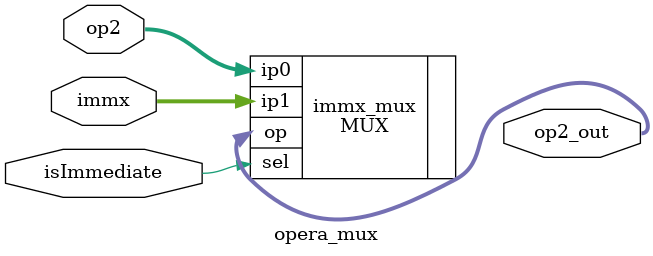
<source format=v>
module reg_write (
    input clk,
    input reg_write,
    input [4:0] rs,
    input [4:0] rt,
    input [4:0] rd,
    input [31:0] write_data,
    output [31:0] reg_data1,
    output [31:0] reg_data2
);

    reg [31:0] registers[0:31];

    assign reg_data1 = registers[rs];
    assign reg_data2 = registers[rt];

    always @(posedge clk) begin
        if (reg_write)
            registers[rd] <= write_data;
    end

endmodule

module reg_fetch (
    input  wire [31:0] inst,
    input  wire        isRet,
    input  wire        isSt,
    input  wire [31:0] reg_data1,
    input  wire [31:0] reg_data2,
    input  wire [31:0] reg_data15,
    output wire [31:0] op1,
    output wire [31:0] op2
);

    wire [4:0] rs1, rs2, rd;

    assign rd  = inst[26:22];
    assign rs1 = isRet ? 5'd15 : inst[21:17];
    assign rs2 = isSt  ? rd     : inst[16:12];

    assign op1 = isRet ? reg_data15 : reg_data1;
    assign op2 = isSt  ? reg_data1  : reg_data2;

endmodule

module to_reg_file (
    input [3:0] rd,
    input [3:0] ra,
    input [31:0] aluResult,
    input [31:0] ldResult,
    input [31:0] pc,
    input isCall,
    input isLd,
    input isWb,
    output [3:0] reg1,
    output [31:0] writeData,
    output writeEnable
);

    wire [31:0] pc_plus_4 = pc + 4;

    assign writeData = isCall ? pc_plus_4 :
                       isLd   ? ldResult :
                                aluResult;

    MUX_Multiary mux_inst (
        .ip0(rd),
        .ip1(ra),
        .sel(isCall),
        .op(reg1)
    );

    assign writeEnable = isWb;

endmodule

module operand_select (
    input [31:0] inst,
    input isRet,
    input isSt,
    input [31:0] reg_data1,
    input [31:0] reg_data2,
    input [31:0] reg_data15,
    output [31:0] op1,
    output [31:0] op2
);

    wire [4:0] rd, rs1, rs2;

    assign rd  = inst[26:22];
    assign rs1 = isRet ? 5'd15 : inst[21:17];
    assign rs2 = isSt  ? rd     : inst[16:12];

    assign op1 = isRet ? reg_data15 : reg_data1;
    assign op2 = isSt  ? reg_data1  : reg_data2;

endmodule

module operand1_mux (
    input [31:0] output2,
    input [31:0] op1,
    output [31:0] op1_out,
    input wire isRet
);

    MUX immx_op_mux (
        .ip0(op1),
        .ip1(output2),
        .sel(isRet),
        .op(op1_out)
    );

endmodule

module opera_mux (
    input [31:0] immx,
    input [31:0] op2,
    output [31:0] op2_out,
    input wire isImmediate
);

    MUX immx_mux (
        .ip0(op2),
        .ip1(immx),
        .sel(isImmediate),
        .op(op2_out)
    );

endmodule

</source>
